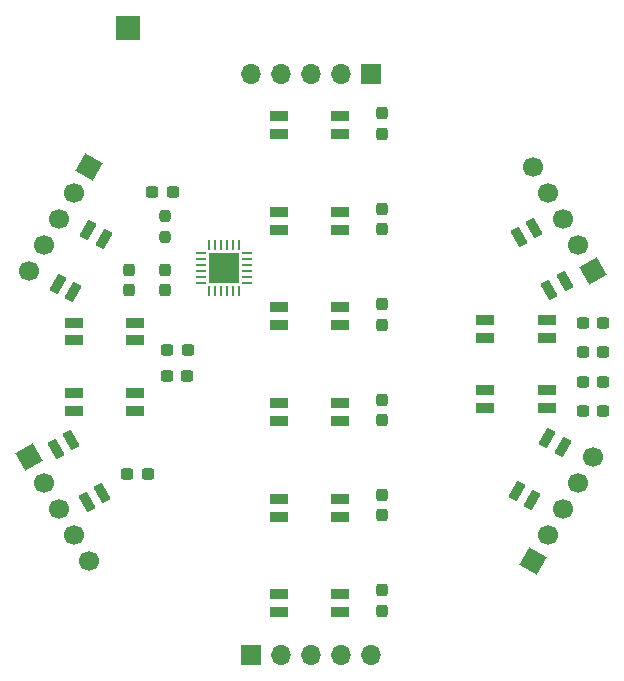
<source format=gbr>
%TF.GenerationSoftware,KiCad,Pcbnew,8.0.8*%
%TF.CreationDate,2025-04-07T13:28:21-04:00*%
%TF.ProjectId,pcb_tile_game_tile_aoa,7063625f-7469-46c6-955f-67616d655f74,1.0*%
%TF.SameCoordinates,Original*%
%TF.FileFunction,Soldermask,Top*%
%TF.FilePolarity,Negative*%
%FSLAX46Y46*%
G04 Gerber Fmt 4.6, Leading zero omitted, Abs format (unit mm)*
G04 Created by KiCad (PCBNEW 8.0.8) date 2025-04-07 13:28:21*
%MOMM*%
%LPD*%
G01*
G04 APERTURE LIST*
G04 Aperture macros list*
%AMRoundRect*
0 Rectangle with rounded corners*
0 $1 Rounding radius*
0 $2 $3 $4 $5 $6 $7 $8 $9 X,Y pos of 4 corners*
0 Add a 4 corners polygon primitive as box body*
4,1,4,$2,$3,$4,$5,$6,$7,$8,$9,$2,$3,0*
0 Add four circle primitives for the rounded corners*
1,1,$1+$1,$2,$3*
1,1,$1+$1,$4,$5*
1,1,$1+$1,$6,$7*
1,1,$1+$1,$8,$9*
0 Add four rect primitives between the rounded corners*
20,1,$1+$1,$2,$3,$4,$5,0*
20,1,$1+$1,$4,$5,$6,$7,0*
20,1,$1+$1,$6,$7,$8,$9,0*
20,1,$1+$1,$8,$9,$2,$3,0*%
%AMHorizOval*
0 Thick line with rounded ends*
0 $1 width*
0 $2 $3 position (X,Y) of the first rounded end (center of the circle)*
0 $4 $5 position (X,Y) of the second rounded end (center of the circle)*
0 Add line between two ends*
20,1,$1,$2,$3,$4,$5,0*
0 Add two circle primitives to create the rounded ends*
1,1,$1,$2,$3*
1,1,$1,$4,$5*%
%AMRotRect*
0 Rectangle, with rotation*
0 The origin of the aperture is its center*
0 $1 length*
0 $2 width*
0 $3 Rotation angle, in degrees counterclockwise*
0 Add horizontal line*
21,1,$1,$2,0,0,$3*%
G04 Aperture macros list end*
%ADD10RoundRect,0.237500X0.237500X-0.300000X0.237500X0.300000X-0.237500X0.300000X-0.237500X-0.300000X0*%
%ADD11RoundRect,0.237500X0.300000X0.237500X-0.300000X0.237500X-0.300000X-0.237500X0.300000X-0.237500X0*%
%ADD12R,1.700000X1.700000*%
%ADD13O,1.700000X1.700000*%
%ADD14RoundRect,0.237500X-0.237500X0.250000X-0.237500X-0.250000X0.237500X-0.250000X0.237500X0.250000X0*%
%ADD15RotRect,1.700000X1.700000X150.000000*%
%ADD16HorizOval,1.700000X0.000000X0.000000X0.000000X0.000000X0*%
%ADD17RotRect,1.700000X1.700000X330.000000*%
%ADD18HorizOval,1.700000X0.000000X0.000000X0.000000X0.000000X0*%
%ADD19RotRect,1.700000X1.700000X210.000000*%
%ADD20HorizOval,1.700000X0.000000X0.000000X0.000000X0.000000X0*%
%ADD21RotRect,1.700000X1.700000X30.000000*%
%ADD22HorizOval,1.700000X0.000000X0.000000X0.000000X0.000000X0*%
%ADD23R,2.000000X2.000000*%
%ADD24RoundRect,0.062500X-0.350000X-0.062500X0.350000X-0.062500X0.350000X0.062500X-0.350000X0.062500X0*%
%ADD25RoundRect,0.062500X-0.062500X-0.350000X0.062500X-0.350000X0.062500X0.350000X-0.062500X0.350000X0*%
%ADD26R,2.600000X2.600000*%
%ADD27RoundRect,0.082000X-0.718000X0.328000X-0.718000X-0.328000X0.718000X-0.328000X0.718000X0.328000X0*%
%ADD28RoundRect,0.082000X-0.074944X0.785806X-0.643056X0.457806X0.074944X-0.785806X0.643056X-0.457806X0*%
%ADD29RoundRect,0.082000X-0.643056X-0.457806X-0.074944X-0.785806X0.643056X0.457806X0.074944X0.785806X0*%
G04 APERTURE END LIST*
D10*
%TO.C,C2*%
X146060000Y-92790000D03*
X146060000Y-91065000D03*
%TD*%
D11*
%TO.C,C13*%
X129660000Y-78800000D03*
X127935000Y-78800002D03*
%TD*%
D10*
%TO.C,C3*%
X146060000Y-84717500D03*
X146060000Y-82992500D03*
%TD*%
D12*
%TO.C,J2*%
X134980000Y-104600000D03*
D13*
X137520000Y-104600000D03*
X140060000Y-104600000D03*
X142600000Y-104600000D03*
X145140000Y-104600000D03*
%TD*%
D14*
%TO.C,R1*%
X127710000Y-67437500D03*
X127710000Y-69262500D03*
%TD*%
D11*
%TO.C,C10*%
X164810000Y-76500000D03*
X163085000Y-76500000D03*
%TD*%
D10*
%TO.C,C15*%
X127710000Y-73712500D03*
X127710000Y-71987500D03*
%TD*%
%TO.C,C5*%
X146060000Y-68572500D03*
X146060000Y-66847500D03*
%TD*%
D11*
%TO.C,C8*%
X164810000Y-81500000D03*
X163085000Y-81500000D03*
%TD*%
D10*
%TO.C,C6*%
X146060000Y-60500000D03*
X146060000Y-58775000D03*
%TD*%
D15*
%TO.C,J3*%
X158920000Y-96689409D03*
D16*
X160190000Y-94489704D03*
X161460000Y-92290000D03*
X162730000Y-90090295D03*
X164000000Y-87890591D03*
%TD*%
D11*
%TO.C,C14*%
X128385000Y-65400002D03*
X126660000Y-65400000D03*
%TD*%
%TO.C,C12*%
X129622500Y-81000000D03*
X127897500Y-81000000D03*
%TD*%
D17*
%TO.C,J6*%
X121300000Y-63300591D03*
D18*
X120030000Y-65500296D03*
X118760000Y-67700000D03*
X117490000Y-69899705D03*
X116220000Y-72099409D03*
%TD*%
D11*
%TO.C,C7*%
X164810000Y-84000000D03*
X163085000Y-84000000D03*
%TD*%
D10*
%TO.C,C1*%
X146060000Y-100862500D03*
X146060000Y-99137500D03*
%TD*%
D19*
%TO.C,J4*%
X163963349Y-72075928D03*
D20*
X162693349Y-69876223D03*
X161423349Y-67676519D03*
X160153349Y-65476814D03*
X158883349Y-63277110D03*
%TD*%
D11*
%TO.C,C9*%
X164810000Y-79000000D03*
X163085000Y-79000000D03*
%TD*%
D21*
%TO.C,J1*%
X116220000Y-87900591D03*
D22*
X117490000Y-90100296D03*
X118760000Y-92300000D03*
X120030000Y-94499705D03*
X121300000Y-96699409D03*
%TD*%
D10*
%TO.C,C4*%
X146060000Y-76645000D03*
X146060000Y-74920000D03*
%TD*%
D12*
%TO.C,J5*%
X145140000Y-55400000D03*
D13*
X142600000Y-55400000D03*
X140060000Y-55400000D03*
X137520000Y-55400000D03*
X134980000Y-55400000D03*
%TD*%
D23*
%TO.C,TP1*%
X124560000Y-51500000D03*
%TD*%
D24*
%TO.C,U2*%
X130772500Y-70600000D03*
X130772500Y-71100000D03*
X130772500Y-71600000D03*
X130772500Y-72100000D03*
X130772500Y-72600000D03*
X130772500Y-73100000D03*
D25*
X131460000Y-73787500D03*
X131960000Y-73787500D03*
X132460000Y-73787500D03*
X132960000Y-73787500D03*
X133460000Y-73787500D03*
X133960000Y-73787500D03*
D24*
X134647500Y-73100000D03*
X134647500Y-72600000D03*
X134647500Y-72100000D03*
X134647500Y-71600000D03*
X134647500Y-71100000D03*
X134647500Y-70600000D03*
D25*
X133960000Y-69912500D03*
X133460000Y-69912500D03*
X132960000Y-69912500D03*
X132460000Y-69912500D03*
X131960000Y-69912500D03*
X131460000Y-69912500D03*
D26*
X132710000Y-71850000D03*
%TD*%
D10*
%TO.C,C16*%
X124710000Y-73712500D03*
X124710000Y-71987500D03*
%TD*%
D11*
%TO.C,C11*%
X126260000Y-89300000D03*
X124535000Y-89300000D03*
%TD*%
D27*
%TO.C,LED2*%
X142560000Y-91400000D03*
X142560000Y-92900000D03*
X137360000Y-92900000D03*
X137360000Y-91400000D03*
%TD*%
%TO.C,LED12*%
X125210000Y-82430000D03*
X125210000Y-83930000D03*
X120010000Y-83930000D03*
X120010000Y-82430000D03*
%TD*%
D28*
%TO.C,LED10*%
X161560000Y-73000000D03*
X160260960Y-73749999D03*
X157660961Y-69246667D03*
X158959998Y-68496667D03*
%TD*%
D27*
%TO.C,LED5*%
X142560000Y-67100000D03*
X142560000Y-68600000D03*
X137360000Y-68600000D03*
X137360000Y-67100000D03*
%TD*%
%TO.C,LED1*%
X142560000Y-99500000D03*
X142560000Y-101000000D03*
X137360000Y-101000000D03*
X137360000Y-99500000D03*
%TD*%
%TO.C,LED3*%
X142560000Y-83300000D03*
X142560000Y-84800000D03*
X137360000Y-84800000D03*
X137360000Y-83300000D03*
%TD*%
D29*
%TO.C,LED7*%
X160110961Y-86246668D03*
X161410000Y-86996668D03*
X158810000Y-91500000D03*
X157510961Y-90749999D03*
%TD*%
%TO.C,LED14*%
X121250961Y-68670000D03*
X122550000Y-69420000D03*
X119950000Y-73923332D03*
X118650961Y-73173332D03*
%TD*%
D27*
%TO.C,LED8*%
X160060000Y-82200000D03*
X160060000Y-83700000D03*
X154860000Y-83700000D03*
X154860000Y-82200000D03*
%TD*%
D28*
%TO.C,LED11*%
X122410000Y-90940000D03*
X121110961Y-91690000D03*
X118510961Y-87186668D03*
X119810000Y-86436668D03*
%TD*%
D27*
%TO.C,LED4*%
X142560000Y-75200000D03*
X142560000Y-76700000D03*
X137360000Y-76700000D03*
X137360000Y-75200000D03*
%TD*%
%TO.C,LED6*%
X142560000Y-59000000D03*
X142560000Y-60500000D03*
X137360000Y-60500000D03*
X137360000Y-59000000D03*
%TD*%
%TO.C,LED9*%
X160060000Y-76250000D03*
X160060000Y-77750000D03*
X154860000Y-77750000D03*
X154860000Y-76250000D03*
%TD*%
%TO.C,LED13*%
X125210000Y-76490000D03*
X125210000Y-77990000D03*
X120010000Y-77990000D03*
X120010000Y-76490000D03*
%TD*%
M02*

</source>
